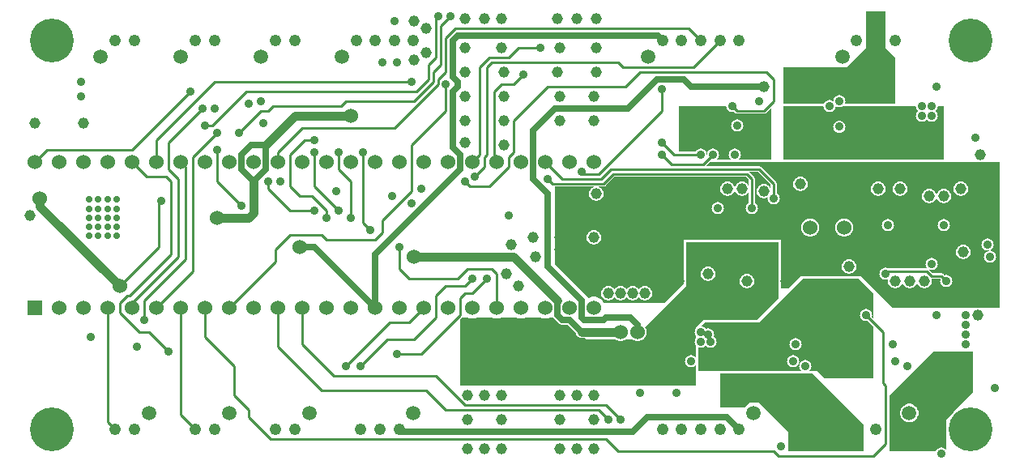
<source format=gbr>
G04 start of page 4 for group 2 idx 1 *
G04 Title: board, signal2 *
G04 Creator: pcb 20140316 *
G04 CreationDate: Mon 25 Sep 2017 03:50:36 AM GMT UTC *
G04 For: brian *
G04 Format: Gerber/RS-274X *
G04 PCB-Dimensions (mil): 6000.00 5000.00 *
G04 PCB-Coordinate-Origin: lower left *
%MOIN*%
%FSLAX25Y25*%
%LNGROUP2*%
%ADD73C,0.0118*%
%ADD72C,0.0380*%
%ADD71C,0.0437*%
%ADD70C,0.1285*%
%ADD69C,0.0279*%
%ADD68C,0.0200*%
%ADD67C,0.0280*%
%ADD66C,0.0360*%
%ADD65C,0.0460*%
%ADD64C,0.0278*%
%ADD63C,0.0600*%
%ADD62C,0.0597*%
%ADD61C,0.1800*%
%ADD60C,0.0480*%
%ADD59C,0.0350*%
%ADD58C,0.0250*%
%ADD57C,0.0100*%
%ADD56C,0.0001*%
G54D56*G36*
X522996Y260000D02*X527000D01*
Y200000D01*
X522996D01*
Y218493D01*
X523000Y218492D01*
X523392Y218523D01*
X523775Y218615D01*
X524138Y218766D01*
X524474Y218971D01*
X524773Y219227D01*
X525029Y219526D01*
X525234Y219862D01*
X525385Y220225D01*
X525477Y220608D01*
X525500Y221000D01*
X525477Y221392D01*
X525385Y221775D01*
X525234Y222138D01*
X525029Y222474D01*
X524773Y222773D01*
X524474Y223029D01*
X524138Y223234D01*
X523775Y223385D01*
X523392Y223477D01*
X523000Y223508D01*
X522996Y223507D01*
Y223707D01*
X523138Y223766D01*
X523474Y223971D01*
X523773Y224227D01*
X524029Y224526D01*
X524234Y224862D01*
X524385Y225225D01*
X524477Y225608D01*
X524500Y226000D01*
X524477Y226392D01*
X524385Y226775D01*
X524234Y227138D01*
X524029Y227474D01*
X523773Y227773D01*
X523474Y228029D01*
X523138Y228234D01*
X522996Y228293D01*
Y260000D01*
G37*
G36*
X511995D02*X518882D01*
X519000Y259991D01*
X519118Y260000D01*
X522996D01*
Y228293D01*
X522775Y228385D01*
X522392Y228477D01*
X522000Y228508D01*
X521608Y228477D01*
X521225Y228385D01*
X520862Y228234D01*
X520526Y228029D01*
X520227Y227773D01*
X519971Y227474D01*
X519766Y227138D01*
X519615Y226775D01*
X519523Y226392D01*
X519492Y226000D01*
X519523Y225608D01*
X519615Y225225D01*
X519766Y224862D01*
X519971Y224526D01*
X520227Y224227D01*
X520526Y223971D01*
X520862Y223766D01*
X521225Y223615D01*
X521608Y223523D01*
X522000Y223492D01*
X522392Y223523D01*
X522775Y223615D01*
X522996Y223707D01*
Y223507D01*
X522608Y223477D01*
X522225Y223385D01*
X521862Y223234D01*
X521526Y223029D01*
X521227Y222773D01*
X520971Y222474D01*
X520766Y222138D01*
X520615Y221775D01*
X520523Y221392D01*
X520492Y221000D01*
X520523Y220608D01*
X520615Y220225D01*
X520766Y219862D01*
X520971Y219526D01*
X521227Y219227D01*
X521526Y218971D01*
X521862Y218766D01*
X522225Y218615D01*
X522608Y218523D01*
X522996Y218493D01*
Y200000D01*
X518118D01*
X518000Y200009D01*
X517882Y200000D01*
X511995D01*
Y219991D01*
X512000Y219991D01*
X512471Y220028D01*
X512930Y220138D01*
X513366Y220319D01*
X513769Y220565D01*
X514128Y220872D01*
X514435Y221231D01*
X514681Y221634D01*
X514862Y222070D01*
X514972Y222529D01*
X515000Y223000D01*
X514972Y223471D01*
X514862Y223930D01*
X514681Y224366D01*
X514435Y224769D01*
X514128Y225128D01*
X513769Y225435D01*
X513366Y225681D01*
X512930Y225862D01*
X512471Y225972D01*
X512000Y226009D01*
X511995Y226009D01*
Y246165D01*
X512366Y246319D01*
X512769Y246565D01*
X513128Y246872D01*
X513435Y247231D01*
X513681Y247634D01*
X513862Y248070D01*
X513972Y248529D01*
X514000Y249000D01*
X513972Y249471D01*
X513862Y249930D01*
X513681Y250366D01*
X513435Y250769D01*
X513128Y251128D01*
X512769Y251435D01*
X512366Y251681D01*
X511995Y251835D01*
Y260000D01*
G37*
G36*
X503996D02*X511995D01*
Y251835D01*
X511930Y251862D01*
X511471Y251972D01*
X511000Y252009D01*
X510529Y251972D01*
X510070Y251862D01*
X509634Y251681D01*
X509231Y251435D01*
X508872Y251128D01*
X508565Y250769D01*
X508319Y250366D01*
X508138Y249930D01*
X508028Y249471D01*
X507991Y249000D01*
X508028Y248529D01*
X508138Y248070D01*
X508319Y247634D01*
X508565Y247231D01*
X508872Y246872D01*
X509231Y246565D01*
X509634Y246319D01*
X510070Y246138D01*
X510529Y246028D01*
X511000Y245991D01*
X511471Y246028D01*
X511930Y246138D01*
X511995Y246165D01*
Y226009D01*
X511529Y225972D01*
X511070Y225862D01*
X510634Y225681D01*
X510231Y225435D01*
X509872Y225128D01*
X509565Y224769D01*
X509319Y224366D01*
X509138Y223930D01*
X509028Y223471D01*
X508991Y223000D01*
X509028Y222529D01*
X509138Y222070D01*
X509319Y221634D01*
X509565Y221231D01*
X509872Y220872D01*
X510231Y220565D01*
X510634Y220319D01*
X511070Y220138D01*
X511529Y220028D01*
X511995Y219991D01*
Y200000D01*
X503996D01*
Y208710D01*
X504225Y208615D01*
X504608Y208523D01*
X505000Y208492D01*
X505392Y208523D01*
X505775Y208615D01*
X506138Y208766D01*
X506474Y208971D01*
X506773Y209227D01*
X507029Y209526D01*
X507234Y209862D01*
X507385Y210225D01*
X507477Y210608D01*
X507500Y211000D01*
X507477Y211392D01*
X507385Y211775D01*
X507234Y212138D01*
X507029Y212474D01*
X506773Y212773D01*
X506474Y213029D01*
X506138Y213234D01*
X505775Y213385D01*
X505392Y213477D01*
X505000Y213508D01*
X504608Y213477D01*
X504295Y213402D01*
X503996Y213701D01*
Y231493D01*
X504000Y231492D01*
X504392Y231523D01*
X504775Y231615D01*
X505138Y231766D01*
X505474Y231971D01*
X505773Y232227D01*
X506029Y232526D01*
X506234Y232862D01*
X506385Y233225D01*
X506477Y233608D01*
X506500Y234000D01*
X506477Y234392D01*
X506385Y234775D01*
X506234Y235138D01*
X506029Y235474D01*
X505773Y235773D01*
X505474Y236029D01*
X505138Y236234D01*
X504775Y236385D01*
X504392Y236477D01*
X504000Y236508D01*
X503996Y236507D01*
Y242991D01*
X504000Y242991D01*
X504471Y243028D01*
X504930Y243138D01*
X505366Y243319D01*
X505769Y243565D01*
X506128Y243872D01*
X506435Y244231D01*
X506681Y244634D01*
X506862Y245070D01*
X506972Y245529D01*
X507000Y246000D01*
X506972Y246471D01*
X506862Y246930D01*
X506681Y247366D01*
X506435Y247769D01*
X506128Y248128D01*
X505769Y248435D01*
X505366Y248681D01*
X504930Y248862D01*
X504471Y248972D01*
X504000Y249009D01*
X503996Y249009D01*
Y260000D01*
G37*
G36*
Y213701D02*X503882Y213815D01*
X503851Y213851D01*
X503708Y213974D01*
X503546Y214073D01*
X503372Y214145D01*
X503188Y214189D01*
X503000Y214204D01*
X502953Y214200D01*
X500995D01*
Y216487D01*
X501029Y216526D01*
X501234Y216862D01*
X501385Y217225D01*
X501477Y217608D01*
X501500Y218000D01*
X501477Y218392D01*
X501385Y218775D01*
X501234Y219138D01*
X501029Y219474D01*
X500995Y219513D01*
Y245922D01*
X500996Y245933D01*
X501028Y245529D01*
X501138Y245070D01*
X501319Y244634D01*
X501565Y244231D01*
X501872Y243872D01*
X502231Y243565D01*
X502634Y243319D01*
X503070Y243138D01*
X503529Y243028D01*
X503996Y242991D01*
Y236507D01*
X503608Y236477D01*
X503225Y236385D01*
X502862Y236234D01*
X502526Y236029D01*
X502227Y235773D01*
X501971Y235474D01*
X501766Y235138D01*
X501615Y234775D01*
X501523Y234392D01*
X501492Y234000D01*
X501523Y233608D01*
X501615Y233225D01*
X501766Y232862D01*
X501971Y232526D01*
X502227Y232227D01*
X502526Y231971D01*
X502862Y231766D01*
X503225Y231615D01*
X503608Y231523D01*
X503996Y231493D01*
Y213701D01*
G37*
G36*
Y200000D02*X500995D01*
Y211800D01*
X502503D01*
X502598Y211705D01*
X502523Y211392D01*
X502492Y211000D01*
X502523Y210608D01*
X502615Y210225D01*
X502766Y209862D01*
X502971Y209526D01*
X503227Y209227D01*
X503526Y208971D01*
X503862Y208766D01*
X503996Y208710D01*
Y200000D01*
G37*
G36*
X500995Y260000D02*X503996D01*
Y249009D01*
X503529Y248972D01*
X503070Y248862D01*
X502634Y248681D01*
X502231Y248435D01*
X501872Y248128D01*
X501565Y247769D01*
X501319Y247366D01*
X501138Y246930D01*
X501028Y246471D01*
X500996Y246067D01*
X500995Y246078D01*
Y260000D01*
G37*
G36*
Y214200D02*X499497D01*
X497981Y215716D01*
X498225Y215615D01*
X498608Y215523D01*
X499000Y215492D01*
X499392Y215523D01*
X499775Y215615D01*
X500138Y215766D01*
X500474Y215971D01*
X500773Y216227D01*
X500995Y216487D01*
Y214200D01*
G37*
G36*
Y200000D02*X492496D01*
Y209332D01*
X492681Y209634D01*
X492862Y210070D01*
X492972Y210529D01*
X492996Y210933D01*
X493028Y210529D01*
X493138Y210070D01*
X493319Y209634D01*
X493565Y209231D01*
X493872Y208872D01*
X494231Y208565D01*
X494634Y208319D01*
X495070Y208138D01*
X495529Y208028D01*
X496000Y207991D01*
X496471Y208028D01*
X496930Y208138D01*
X497366Y208319D01*
X497769Y208565D01*
X498128Y208872D01*
X498435Y209231D01*
X498681Y209634D01*
X498862Y210070D01*
X498972Y210529D01*
X499000Y211000D01*
X498972Y211471D01*
X498892Y211805D01*
X499000Y211796D01*
X499047Y211800D01*
X500995D01*
Y200000D01*
G37*
G36*
X492496Y260000D02*X500995D01*
Y246078D01*
X500972Y246471D01*
X500862Y246930D01*
X500681Y247366D01*
X500435Y247769D01*
X500128Y248128D01*
X499769Y248435D01*
X499366Y248681D01*
X498930Y248862D01*
X498471Y248972D01*
X498000Y249009D01*
X497529Y248972D01*
X497070Y248862D01*
X496634Y248681D01*
X496231Y248435D01*
X495872Y248128D01*
X495565Y247769D01*
X495319Y247366D01*
X495138Y246930D01*
X495028Y246471D01*
X494991Y246000D01*
X495028Y245529D01*
X495138Y245070D01*
X495319Y244634D01*
X495565Y244231D01*
X495872Y243872D01*
X496231Y243565D01*
X496634Y243319D01*
X497070Y243138D01*
X497529Y243028D01*
X498000Y242991D01*
X498471Y243028D01*
X498930Y243138D01*
X499366Y243319D01*
X499769Y243565D01*
X500128Y243872D01*
X500435Y244231D01*
X500681Y244634D01*
X500862Y245070D01*
X500972Y245529D01*
X500995Y245922D01*
Y219513D01*
X500773Y219773D01*
X500474Y220029D01*
X500138Y220234D01*
X499775Y220385D01*
X499392Y220477D01*
X499000Y220508D01*
X498608Y220477D01*
X498225Y220385D01*
X497862Y220234D01*
X497526Y220029D01*
X497227Y219773D01*
X496971Y219474D01*
X496766Y219138D01*
X496615Y218775D01*
X496523Y218392D01*
X496492Y218000D01*
X496523Y217608D01*
X496615Y217225D01*
X496766Y216862D01*
X496971Y216526D01*
X497227Y216227D01*
X497304Y216161D01*
X497188Y216189D01*
X497000Y216204D01*
X496953Y216200D01*
X492496D01*
Y260000D01*
G37*
G36*
X485995Y208759D02*X486128Y208872D01*
X486435Y209231D01*
X486681Y209634D01*
X486862Y210070D01*
X486972Y210529D01*
X486996Y210933D01*
X487028Y210529D01*
X487138Y210070D01*
X487319Y209634D01*
X487565Y209231D01*
X487872Y208872D01*
X488231Y208565D01*
X488634Y208319D01*
X489070Y208138D01*
X489529Y208028D01*
X490000Y207991D01*
X490471Y208028D01*
X490930Y208138D01*
X491366Y208319D01*
X491769Y208565D01*
X492128Y208872D01*
X492435Y209231D01*
X492496Y209332D01*
Y200000D01*
X485995D01*
Y208759D01*
G37*
G36*
Y260000D02*X492496D01*
Y216200D01*
X485995D01*
Y245991D01*
X486000Y245991D01*
X486471Y246028D01*
X486930Y246138D01*
X487366Y246319D01*
X487769Y246565D01*
X488128Y246872D01*
X488435Y247231D01*
X488681Y247634D01*
X488862Y248070D01*
X488972Y248529D01*
X489000Y249000D01*
X488972Y249471D01*
X488862Y249930D01*
X488681Y250366D01*
X488435Y250769D01*
X488128Y251128D01*
X487769Y251435D01*
X487366Y251681D01*
X486930Y251862D01*
X486471Y251972D01*
X486000Y252009D01*
X485995Y252009D01*
Y260000D01*
G37*
G36*
X480996Y210931D02*X481028Y210529D01*
X481138Y210070D01*
X481319Y209634D01*
X481565Y209231D01*
X481872Y208872D01*
X482231Y208565D01*
X482634Y208319D01*
X483070Y208138D01*
X483529Y208028D01*
X484000Y207991D01*
X484471Y208028D01*
X484930Y208138D01*
X485366Y208319D01*
X485769Y208565D01*
X485995Y208759D01*
Y200000D01*
X483000D01*
X480996Y202004D01*
Y210931D01*
G37*
G36*
Y211707D02*X481094Y211747D01*
X481028Y211471D01*
X480996Y211069D01*
Y211707D01*
G37*
G36*
Y260000D02*X485995D01*
Y252009D01*
X485529Y251972D01*
X485070Y251862D01*
X484634Y251681D01*
X484231Y251435D01*
X483872Y251128D01*
X483565Y250769D01*
X483319Y250366D01*
X483138Y249930D01*
X483028Y249471D01*
X482991Y249000D01*
X483028Y248529D01*
X483138Y248070D01*
X483319Y247634D01*
X483565Y247231D01*
X483872Y246872D01*
X484231Y246565D01*
X484634Y246319D01*
X485070Y246138D01*
X485529Y246028D01*
X485995Y245991D01*
Y216200D01*
X481195D01*
X481138Y216234D01*
X480996Y216293D01*
Y231493D01*
X481000Y231492D01*
X481392Y231523D01*
X481775Y231615D01*
X482138Y231766D01*
X482474Y231971D01*
X482773Y232227D01*
X483029Y232526D01*
X483234Y232862D01*
X483385Y233225D01*
X483477Y233608D01*
X483500Y234000D01*
X483477Y234392D01*
X483385Y234775D01*
X483234Y235138D01*
X483029Y235474D01*
X482773Y235773D01*
X482474Y236029D01*
X482138Y236234D01*
X481775Y236385D01*
X481392Y236477D01*
X481000Y236508D01*
X480996Y236507D01*
Y260000D01*
G37*
G36*
X476995D02*X480996D01*
Y236507D01*
X480608Y236477D01*
X480225Y236385D01*
X479862Y236234D01*
X479526Y236029D01*
X479227Y235773D01*
X478971Y235474D01*
X478766Y235138D01*
X478615Y234775D01*
X478523Y234392D01*
X478492Y234000D01*
X478523Y233608D01*
X478615Y233225D01*
X478766Y232862D01*
X478971Y232526D01*
X479227Y232227D01*
X479526Y231971D01*
X479862Y231766D01*
X480225Y231615D01*
X480608Y231523D01*
X480996Y231493D01*
Y216293D01*
X480775Y216385D01*
X480392Y216477D01*
X480000Y216508D01*
X479608Y216477D01*
X479225Y216385D01*
X478862Y216234D01*
X478526Y216029D01*
X478227Y215773D01*
X477971Y215474D01*
X477766Y215138D01*
X477615Y214775D01*
X477523Y214392D01*
X477492Y214000D01*
X477523Y213608D01*
X477615Y213225D01*
X477766Y212862D01*
X477971Y212526D01*
X478227Y212227D01*
X478526Y211971D01*
X478862Y211766D01*
X479225Y211615D01*
X479608Y211523D01*
X480000Y211492D01*
X480392Y211523D01*
X480775Y211615D01*
X480996Y211707D01*
Y211069D01*
X480991Y211000D01*
X480996Y210931D01*
Y202004D01*
X476995Y206005D01*
Y245991D01*
X477000Y245991D01*
X477471Y246028D01*
X477930Y246138D01*
X478366Y246319D01*
X478769Y246565D01*
X479128Y246872D01*
X479435Y247231D01*
X479681Y247634D01*
X479862Y248070D01*
X479972Y248529D01*
X480000Y249000D01*
X479972Y249471D01*
X479862Y249930D01*
X479681Y250366D01*
X479435Y250769D01*
X479128Y251128D01*
X478769Y251435D01*
X478366Y251681D01*
X477930Y251862D01*
X477471Y251972D01*
X477000Y252009D01*
X476995Y252009D01*
Y260000D01*
G37*
G36*
X464995D02*X476995D01*
Y252009D01*
X476529Y251972D01*
X476070Y251862D01*
X475634Y251681D01*
X475231Y251435D01*
X474872Y251128D01*
X474565Y250769D01*
X474319Y250366D01*
X474138Y249930D01*
X474028Y249471D01*
X473991Y249000D01*
X474028Y248529D01*
X474138Y248070D01*
X474319Y247634D01*
X474565Y247231D01*
X474872Y246872D01*
X475231Y246565D01*
X475634Y246319D01*
X476070Y246138D01*
X476529Y246028D01*
X476995Y245991D01*
Y206005D01*
X470000Y213000D01*
X464995D01*
Y213991D01*
X465000Y213991D01*
X465471Y214028D01*
X465930Y214138D01*
X466366Y214319D01*
X466769Y214565D01*
X467128Y214872D01*
X467435Y215231D01*
X467681Y215634D01*
X467862Y216070D01*
X467972Y216529D01*
X468000Y217000D01*
X467972Y217471D01*
X467862Y217930D01*
X467681Y218366D01*
X467435Y218769D01*
X467128Y219128D01*
X466769Y219435D01*
X466366Y219681D01*
X465930Y219862D01*
X465471Y219972D01*
X465000Y220009D01*
X464995Y220009D01*
Y229883D01*
X465182Y229997D01*
X465624Y230376D01*
X466003Y230818D01*
X466307Y231315D01*
X466530Y231853D01*
X466666Y232419D01*
X466700Y233000D01*
X466666Y233581D01*
X466530Y234147D01*
X466307Y234685D01*
X466003Y235182D01*
X465624Y235624D01*
X465182Y236003D01*
X464995Y236117D01*
Y260000D01*
G37*
G36*
X448994D02*X464995D01*
Y236117D01*
X464685Y236307D01*
X464147Y236530D01*
X463581Y236666D01*
X463000Y236711D01*
X462419Y236666D01*
X461853Y236530D01*
X461315Y236307D01*
X460818Y236003D01*
X460376Y235624D01*
X459997Y235182D01*
X459693Y234685D01*
X459470Y234147D01*
X459334Y233581D01*
X459289Y233000D01*
X459334Y232419D01*
X459470Y231853D01*
X459693Y231315D01*
X459997Y230818D01*
X460376Y230376D01*
X460818Y229997D01*
X461315Y229693D01*
X461853Y229470D01*
X462419Y229334D01*
X463000Y229289D01*
X463581Y229334D01*
X464147Y229470D01*
X464685Y229693D01*
X464995Y229883D01*
Y220009D01*
X464529Y219972D01*
X464070Y219862D01*
X463634Y219681D01*
X463231Y219435D01*
X462872Y219128D01*
X462565Y218769D01*
X462319Y218366D01*
X462138Y217930D01*
X462028Y217471D01*
X461991Y217000D01*
X462028Y216529D01*
X462138Y216070D01*
X462319Y215634D01*
X462565Y215231D01*
X462872Y214872D01*
X463231Y214565D01*
X463634Y214319D01*
X464070Y214138D01*
X464529Y214028D01*
X464995Y213991D01*
Y213000D01*
X448994D01*
Y229289D01*
X449000Y229289D01*
X449581Y229334D01*
X450147Y229470D01*
X450685Y229693D01*
X451182Y229997D01*
X451624Y230376D01*
X452003Y230818D01*
X452307Y231315D01*
X452530Y231853D01*
X452666Y232419D01*
X452700Y233000D01*
X452666Y233581D01*
X452530Y234147D01*
X452307Y234685D01*
X452003Y235182D01*
X451624Y235624D01*
X451182Y236003D01*
X450685Y236307D01*
X450147Y236530D01*
X449581Y236666D01*
X449000Y236711D01*
X448994Y236711D01*
Y260000D01*
G37*
G36*
X444995D02*X448994D01*
Y236711D01*
X448419Y236666D01*
X447853Y236530D01*
X447315Y236307D01*
X446818Y236003D01*
X446376Y235624D01*
X445997Y235182D01*
X445693Y234685D01*
X445470Y234147D01*
X445334Y233581D01*
X445289Y233000D01*
X445334Y232419D01*
X445470Y231853D01*
X445693Y231315D01*
X445997Y230818D01*
X446376Y230376D01*
X446818Y229997D01*
X447315Y229693D01*
X447853Y229470D01*
X448419Y229334D01*
X448994Y229289D01*
Y213000D01*
X445000D01*
X444995Y212995D01*
Y247991D01*
X445000Y247991D01*
X445471Y248028D01*
X445930Y248138D01*
X446366Y248319D01*
X446769Y248565D01*
X447128Y248872D01*
X447435Y249231D01*
X447681Y249634D01*
X447862Y250070D01*
X447972Y250529D01*
X448000Y251000D01*
X447972Y251471D01*
X447862Y251930D01*
X447681Y252366D01*
X447435Y252769D01*
X447128Y253128D01*
X446769Y253435D01*
X446366Y253681D01*
X445930Y253862D01*
X445471Y253972D01*
X445000Y254009D01*
X444995Y254009D01*
Y260000D01*
G37*
G36*
X410996Y253800D02*X422503D01*
X423800Y252503D01*
Y250080D01*
X423681Y250366D01*
X423435Y250769D01*
X423128Y251128D01*
X422769Y251435D01*
X422366Y251681D01*
X421930Y251862D01*
X421471Y251972D01*
X421000Y252009D01*
X420529Y251972D01*
X420070Y251862D01*
X419634Y251681D01*
X419231Y251435D01*
X418872Y251128D01*
X418565Y250769D01*
X418319Y250366D01*
X418138Y249930D01*
X418028Y249471D01*
X417996Y249067D01*
X417972Y249471D01*
X417862Y249930D01*
X417681Y250366D01*
X417435Y250769D01*
X417128Y251128D01*
X416769Y251435D01*
X416366Y251681D01*
X415930Y251862D01*
X415471Y251972D01*
X415000Y252009D01*
X414529Y251972D01*
X414070Y251862D01*
X413634Y251681D01*
X413231Y251435D01*
X412872Y251128D01*
X412565Y250769D01*
X412319Y250366D01*
X412138Y249930D01*
X412028Y249471D01*
X411991Y249000D01*
X412028Y248529D01*
X412138Y248070D01*
X412319Y247634D01*
X412565Y247231D01*
X412872Y246872D01*
X413231Y246565D01*
X413634Y246319D01*
X414070Y246138D01*
X414529Y246028D01*
X415000Y245991D01*
X415471Y246028D01*
X415930Y246138D01*
X416366Y246319D01*
X416769Y246565D01*
X417128Y246872D01*
X417435Y247231D01*
X417681Y247634D01*
X417862Y248070D01*
X417972Y248529D01*
X417996Y248933D01*
X418028Y248529D01*
X418138Y248070D01*
X418319Y247634D01*
X418565Y247231D01*
X418872Y246872D01*
X419231Y246565D01*
X419634Y246319D01*
X420070Y246138D01*
X420529Y246028D01*
X421000Y245991D01*
X421471Y246028D01*
X421930Y246138D01*
X422366Y246319D01*
X422769Y246565D01*
X423128Y246872D01*
X423435Y247231D01*
X423681Y247634D01*
X423800Y247920D01*
Y243197D01*
X423526Y243029D01*
X423227Y242773D01*
X422971Y242474D01*
X422766Y242138D01*
X422615Y241775D01*
X422523Y241392D01*
X422492Y241000D01*
X422523Y240608D01*
X422615Y240225D01*
X422766Y239862D01*
X422971Y239526D01*
X423227Y239227D01*
X423526Y238971D01*
X423862Y238766D01*
X424225Y238615D01*
X424608Y238523D01*
X425000Y238492D01*
X425392Y238523D01*
X425775Y238615D01*
X426138Y238766D01*
X426474Y238971D01*
X426773Y239227D01*
X427029Y239526D01*
X427234Y239862D01*
X427385Y240225D01*
X427477Y240608D01*
X427500Y241000D01*
X427477Y241392D01*
X427385Y241775D01*
X427234Y242138D01*
X427029Y242474D01*
X426773Y242773D01*
X426474Y243029D01*
X426200Y243197D01*
Y252953D01*
X426204Y253000D01*
X426189Y253188D01*
X426189Y253188D01*
X426145Y253372D01*
X426073Y253546D01*
X425974Y253708D01*
X425851Y253851D01*
X425815Y253882D01*
X423897Y255800D01*
X427503D01*
X432800Y250503D01*
Y249080D01*
X432681Y249366D01*
X432435Y249769D01*
X432128Y250128D01*
X431769Y250435D01*
X431366Y250681D01*
X430930Y250862D01*
X430471Y250972D01*
X430000Y251009D01*
X429529Y250972D01*
X429070Y250862D01*
X428634Y250681D01*
X428231Y250435D01*
X427872Y250128D01*
X427565Y249769D01*
X427319Y249366D01*
X427138Y248930D01*
X427028Y248471D01*
X426991Y248000D01*
X427028Y247529D01*
X427138Y247070D01*
X427319Y246634D01*
X427565Y246231D01*
X427872Y245872D01*
X428231Y245565D01*
X428634Y245319D01*
X429070Y245138D01*
X429529Y245028D01*
X430000Y244991D01*
X430471Y245028D01*
X430930Y245138D01*
X431366Y245319D01*
X431530Y245419D01*
X431523Y245392D01*
X431492Y245000D01*
X431523Y244608D01*
X431615Y244225D01*
X431766Y243862D01*
X431971Y243526D01*
X432227Y243227D01*
X432526Y242971D01*
X432862Y242766D01*
X433225Y242615D01*
X433608Y242523D01*
X434000Y242492D01*
X434392Y242523D01*
X434775Y242615D01*
X435138Y242766D01*
X435474Y242971D01*
X435773Y243227D01*
X436029Y243526D01*
X436234Y243862D01*
X436385Y244225D01*
X436477Y244608D01*
X436500Y245000D01*
X436477Y245392D01*
X436385Y245775D01*
X436234Y246138D01*
X436029Y246474D01*
X435773Y246773D01*
X435474Y247029D01*
X435200Y247197D01*
Y250953D01*
X435204Y251000D01*
X435189Y251188D01*
X435189Y251188D01*
X435145Y251372D01*
X435073Y251546D01*
X434974Y251708D01*
X434851Y251851D01*
X434815Y251882D01*
X428882Y257815D01*
X428851Y257851D01*
X428708Y257974D01*
X428546Y258073D01*
X428372Y258145D01*
X428188Y258189D01*
X428000Y258204D01*
X427953Y258200D01*
X410996D01*
Y260000D01*
X444995D01*
Y254009D01*
X444529Y253972D01*
X444070Y253862D01*
X443634Y253681D01*
X443231Y253435D01*
X442872Y253128D01*
X442565Y252769D01*
X442319Y252366D01*
X442138Y251930D01*
X442028Y251471D01*
X441991Y251000D01*
X442028Y250529D01*
X442138Y250070D01*
X442319Y249634D01*
X442565Y249231D01*
X442872Y248872D01*
X443231Y248565D01*
X443634Y248319D01*
X444070Y248138D01*
X444529Y248028D01*
X444995Y247991D01*
Y212995D01*
X440000Y208000D01*
X437000D01*
Y228000D01*
X410996D01*
Y238493D01*
X411000Y238492D01*
X411392Y238523D01*
X411775Y238615D01*
X412138Y238766D01*
X412474Y238971D01*
X412773Y239227D01*
X413029Y239526D01*
X413234Y239862D01*
X413385Y240225D01*
X413477Y240608D01*
X413500Y241000D01*
X413477Y241392D01*
X413385Y241775D01*
X413234Y242138D01*
X413029Y242474D01*
X412773Y242773D01*
X412474Y243029D01*
X412138Y243234D01*
X411775Y243385D01*
X411392Y243477D01*
X411000Y243508D01*
X410996Y243507D01*
Y253800D01*
G37*
G36*
Y258200D02*X405897D01*
X407697Y260000D01*
X410996D01*
Y258200D01*
G37*
G36*
X389000Y202000D02*X373495D01*
Y204330D01*
X373500Y204338D01*
X373565Y204231D01*
X373872Y203872D01*
X374231Y203565D01*
X374634Y203319D01*
X375070Y203138D01*
X375529Y203028D01*
X376000Y202991D01*
X376471Y203028D01*
X376930Y203138D01*
X377366Y203319D01*
X377769Y203565D01*
X378128Y203872D01*
X378435Y204231D01*
X378500Y204338D01*
X378565Y204231D01*
X378872Y203872D01*
X379231Y203565D01*
X379634Y203319D01*
X380070Y203138D01*
X380529Y203028D01*
X381000Y202991D01*
X381471Y203028D01*
X381930Y203138D01*
X382366Y203319D01*
X382769Y203565D01*
X383128Y203872D01*
X383435Y204231D01*
X383681Y204634D01*
X383862Y205070D01*
X383972Y205529D01*
X384000Y206000D01*
X383972Y206471D01*
X383862Y206930D01*
X383681Y207366D01*
X383435Y207769D01*
X383128Y208128D01*
X382769Y208435D01*
X382366Y208681D01*
X381930Y208862D01*
X381471Y208972D01*
X381000Y209009D01*
X380529Y208972D01*
X380070Y208862D01*
X379634Y208681D01*
X379231Y208435D01*
X378872Y208128D01*
X378565Y207769D01*
X378500Y207662D01*
X378435Y207769D01*
X378128Y208128D01*
X377769Y208435D01*
X377366Y208681D01*
X376930Y208862D01*
X376471Y208972D01*
X376000Y209009D01*
X375529Y208972D01*
X375070Y208862D01*
X374634Y208681D01*
X374231Y208435D01*
X373872Y208128D01*
X373565Y207769D01*
X373500Y207662D01*
X373495Y207670D01*
Y253800D01*
X410996D01*
Y243507D01*
X410608Y243477D01*
X410225Y243385D01*
X409862Y243234D01*
X409526Y243029D01*
X409227Y242773D01*
X408971Y242474D01*
X408766Y242138D01*
X408615Y241775D01*
X408523Y241392D01*
X408492Y241000D01*
X408523Y240608D01*
X408615Y240225D01*
X408766Y239862D01*
X408971Y239526D01*
X409227Y239227D01*
X409526Y238971D01*
X409862Y238766D01*
X410225Y238615D01*
X410608Y238523D01*
X410996Y238493D01*
Y228000D01*
X397000D01*
Y210000D01*
X389000Y202000D01*
G37*
G36*
X373495D02*X364042D01*
X364022Y202049D01*
X363652Y202653D01*
X363192Y203192D01*
X362653Y203652D01*
X362049Y204022D01*
X361395Y204293D01*
X360706Y204458D01*
X360000Y204514D01*
X359995Y204514D01*
Y225991D01*
X360000Y225991D01*
X360471Y226028D01*
X360930Y226138D01*
X361366Y226319D01*
X361769Y226565D01*
X362128Y226872D01*
X362435Y227231D01*
X362681Y227634D01*
X362862Y228070D01*
X362972Y228529D01*
X363000Y229000D01*
X362972Y229471D01*
X362862Y229930D01*
X362681Y230366D01*
X362435Y230769D01*
X362128Y231128D01*
X361769Y231435D01*
X361366Y231681D01*
X360930Y231862D01*
X360471Y231972D01*
X360000Y232009D01*
X359995Y232009D01*
Y244169D01*
X360070Y244138D01*
X360529Y244028D01*
X361000Y243991D01*
X361471Y244028D01*
X361930Y244138D01*
X362366Y244319D01*
X362769Y244565D01*
X363128Y244872D01*
X363435Y245231D01*
X363681Y245634D01*
X363862Y246070D01*
X363972Y246529D01*
X364000Y247000D01*
X363972Y247471D01*
X363862Y247930D01*
X363681Y248366D01*
X363435Y248769D01*
X363128Y249128D01*
X362769Y249435D01*
X362366Y249681D01*
X362080Y249800D01*
X363953D01*
X364000Y249796D01*
X364188Y249811D01*
X364188Y249811D01*
X364372Y249855D01*
X364546Y249927D01*
X364708Y250026D01*
X364851Y250149D01*
X364882Y250185D01*
X368497Y253800D01*
X373495D01*
Y207670D01*
X373435Y207769D01*
X373128Y208128D01*
X372769Y208435D01*
X372366Y208681D01*
X371930Y208862D01*
X371471Y208972D01*
X371000Y209009D01*
X370529Y208972D01*
X370070Y208862D01*
X369634Y208681D01*
X369231Y208435D01*
X368872Y208128D01*
X368565Y207769D01*
X368500Y207662D01*
X368435Y207769D01*
X368128Y208128D01*
X367769Y208435D01*
X367366Y208681D01*
X366930Y208862D01*
X366471Y208972D01*
X366000Y209009D01*
X365529Y208972D01*
X365070Y208862D01*
X364634Y208681D01*
X364231Y208435D01*
X363872Y208128D01*
X363565Y207769D01*
X363319Y207366D01*
X363138Y206930D01*
X363028Y206471D01*
X362991Y206000D01*
X363028Y205529D01*
X363138Y205070D01*
X363319Y204634D01*
X363565Y204231D01*
X363872Y203872D01*
X364231Y203565D01*
X364634Y203319D01*
X365070Y203138D01*
X365529Y203028D01*
X366000Y202991D01*
X366471Y203028D01*
X366930Y203138D01*
X367366Y203319D01*
X367769Y203565D01*
X368128Y203872D01*
X368435Y204231D01*
X368500Y204338D01*
X368565Y204231D01*
X368872Y203872D01*
X369231Y203565D01*
X369634Y203319D01*
X370070Y203138D01*
X370529Y203028D01*
X371000Y202991D01*
X371471Y203028D01*
X371930Y203138D01*
X372366Y203319D01*
X372769Y203565D01*
X373128Y203872D01*
X373435Y204231D01*
X373495Y204330D01*
Y202000D01*
G37*
G36*
X359995Y204514D02*X359294Y204458D01*
X358605Y204293D01*
X357970Y204030D01*
X344000Y218000D01*
Y249800D01*
X359920D01*
X359634Y249681D01*
X359231Y249435D01*
X358872Y249128D01*
X358565Y248769D01*
X358319Y248366D01*
X358138Y247930D01*
X358028Y247471D01*
X357991Y247000D01*
X358028Y246529D01*
X358138Y246070D01*
X358319Y245634D01*
X358565Y245231D01*
X358872Y244872D01*
X359231Y244565D01*
X359634Y244319D01*
X359995Y244169D01*
Y232009D01*
X359529Y231972D01*
X359070Y231862D01*
X358634Y231681D01*
X358231Y231435D01*
X357872Y231128D01*
X357565Y230769D01*
X357319Y230366D01*
X357138Y229930D01*
X357028Y229471D01*
X356991Y229000D01*
X357028Y228529D01*
X357138Y228070D01*
X357319Y227634D01*
X357565Y227231D01*
X357872Y226872D01*
X358231Y226565D01*
X358634Y226319D01*
X359070Y226138D01*
X359529Y226028D01*
X359995Y225991D01*
Y204514D01*
G37*
G36*
X480000Y322000D02*Y307000D01*
X484000Y303000D01*
Y284000D01*
X463292D01*
X463385Y284225D01*
X463477Y284608D01*
X463500Y285000D01*
X463477Y285392D01*
X463385Y285775D01*
X463234Y286138D01*
X463029Y286474D01*
X462773Y286773D01*
X462474Y287029D01*
X462138Y287234D01*
X461775Y287385D01*
X461392Y287477D01*
X461000Y287508D01*
X460608Y287477D01*
X460225Y287385D01*
X459862Y287234D01*
X459526Y287029D01*
X459227Y286773D01*
X458971Y286474D01*
X458766Y286138D01*
X458615Y285775D01*
X458523Y285392D01*
X458493Y285012D01*
X458474Y285029D01*
X458138Y285234D01*
X457775Y285385D01*
X457392Y285477D01*
X457000Y285508D01*
X456608Y285477D01*
X456225Y285385D01*
X455862Y285234D01*
X455526Y285029D01*
X455227Y284773D01*
X454971Y284474D01*
X454766Y284138D01*
X454708Y284000D01*
X438000D01*
Y299000D01*
X464000D01*
X472000Y307000D01*
Y322000D01*
X480000D01*
G37*
G36*
X460996Y282493D02*X461000Y282492D01*
X461392Y282523D01*
X461775Y282615D01*
X462138Y282766D01*
X462474Y282971D01*
X462508Y283000D01*
X492492D01*
X492523Y282608D01*
X492615Y282225D01*
X492766Y281862D01*
X492971Y281526D01*
X493227Y281227D01*
X493492Y281000D01*
X493227Y280773D01*
X492971Y280474D01*
X492766Y280138D01*
X492615Y279775D01*
X492523Y279392D01*
X492492Y279000D01*
X492523Y278608D01*
X492615Y278225D01*
X492766Y277862D01*
X492971Y277526D01*
X493227Y277227D01*
X493526Y276971D01*
X493862Y276766D01*
X494225Y276615D01*
X494608Y276523D01*
X495000Y276492D01*
X495392Y276523D01*
X495775Y276615D01*
X496138Y276766D01*
X496474Y276971D01*
X496773Y277227D01*
X497000Y277492D01*
X497227Y277227D01*
X497526Y276971D01*
X497862Y276766D01*
X498225Y276615D01*
X498608Y276523D01*
X499000Y276492D01*
X499392Y276523D01*
X499775Y276615D01*
X500138Y276766D01*
X500474Y276971D01*
X500773Y277227D01*
X501029Y277526D01*
X501234Y277862D01*
X501385Y278225D01*
X501477Y278608D01*
X501500Y279000D01*
X501477Y279392D01*
X501385Y279775D01*
X501234Y280138D01*
X501029Y280474D01*
X500773Y280773D01*
X500508Y281000D01*
X500773Y281227D01*
X501029Y281526D01*
X501234Y281862D01*
X501385Y282225D01*
X501477Y282608D01*
X501500Y283000D01*
X504000D01*
Y261000D01*
X460996D01*
Y271934D01*
X461000Y271933D01*
X461392Y271964D01*
X461775Y272056D01*
X462138Y272207D01*
X462474Y272412D01*
X462773Y272668D01*
X463029Y272967D01*
X463234Y273302D01*
X463385Y273666D01*
X463477Y274049D01*
X463500Y274441D01*
X463477Y274833D01*
X463385Y275216D01*
X463234Y275579D01*
X463029Y275915D01*
X462773Y276214D01*
X462474Y276470D01*
X462138Y276675D01*
X461775Y276826D01*
X461392Y276918D01*
X461000Y276949D01*
X460996Y276948D01*
Y282493D01*
G37*
G36*
X438000Y283000D02*X454492D01*
X454523Y282608D01*
X454615Y282225D01*
X454766Y281862D01*
X454971Y281526D01*
X455227Y281227D01*
X455526Y280971D01*
X455862Y280766D01*
X456225Y280615D01*
X456608Y280523D01*
X457000Y280492D01*
X457392Y280523D01*
X457775Y280615D01*
X458138Y280766D01*
X458474Y280971D01*
X458773Y281227D01*
X459029Y281526D01*
X459234Y281862D01*
X459385Y282225D01*
X459477Y282608D01*
X459500Y282994D01*
X459526Y282971D01*
X459862Y282766D01*
X460225Y282615D01*
X460608Y282523D01*
X460996Y282493D01*
Y276948D01*
X460608Y276918D01*
X460225Y276826D01*
X459862Y276675D01*
X459526Y276470D01*
X459227Y276214D01*
X458971Y275915D01*
X458766Y275579D01*
X458615Y275216D01*
X458523Y274833D01*
X458492Y274441D01*
X458523Y274049D01*
X458615Y273666D01*
X458766Y273302D01*
X458971Y272967D01*
X459227Y272668D01*
X459526Y272412D01*
X459862Y272207D01*
X460225Y272056D01*
X460608Y271964D01*
X460996Y271934D01*
Y261000D01*
X438000D01*
Y283000D01*
G37*
G36*
X433000Y261000D02*X419508D01*
X419773Y261227D01*
X420029Y261526D01*
X420234Y261862D01*
X420385Y262225D01*
X420477Y262608D01*
X420500Y263000D01*
X420477Y263392D01*
X420385Y263775D01*
X420234Y264138D01*
X420029Y264474D01*
X419773Y264773D01*
X419474Y265029D01*
X419138Y265234D01*
X418996Y265293D01*
Y272493D01*
X419000Y272492D01*
X419392Y272523D01*
X419775Y272615D01*
X420138Y272766D01*
X420474Y272971D01*
X420773Y273227D01*
X421029Y273526D01*
X421234Y273862D01*
X421385Y274225D01*
X421477Y274608D01*
X421500Y275000D01*
X421477Y275392D01*
X421385Y275775D01*
X421234Y276138D01*
X421029Y276474D01*
X420773Y276773D01*
X420474Y277029D01*
X420138Y277234D01*
X419775Y277385D01*
X419392Y277477D01*
X419000Y277508D01*
X418996Y277507D01*
Y279797D01*
X419000Y279796D01*
X419047Y279800D01*
X429953D01*
X430000Y279796D01*
X430188Y279811D01*
X430188Y279811D01*
X430372Y279855D01*
X430546Y279927D01*
X430708Y280026D01*
X430851Y280149D01*
X430882Y280185D01*
X433000Y282303D01*
Y261000D01*
G37*
G36*
X418996Y265293D02*X418775Y265385D01*
X418392Y265477D01*
X418000Y265508D01*
X417608Y265477D01*
X417225Y265385D01*
X416862Y265234D01*
X416526Y265029D01*
X416227Y264773D01*
X415971Y264474D01*
X415766Y264138D01*
X415615Y263775D01*
X415523Y263392D01*
X415492Y263000D01*
X415523Y262608D01*
X415615Y262225D01*
X415766Y261862D01*
X415971Y261526D01*
X416227Y261227D01*
X416492Y261000D01*
X410508D01*
X410773Y261227D01*
X411029Y261526D01*
X411234Y261862D01*
X411385Y262225D01*
X411477Y262608D01*
X411500Y263000D01*
X411477Y263392D01*
X411385Y263775D01*
X411234Y264138D01*
X411029Y264474D01*
X410773Y264773D01*
X410474Y265029D01*
X410138Y265234D01*
X409775Y265385D01*
X409392Y265477D01*
X409000Y265508D01*
X408608Y265477D01*
X408225Y265385D01*
X407862Y265234D01*
X407526Y265029D01*
X407227Y264773D01*
X406971Y264474D01*
X406766Y264138D01*
X406615Y263775D01*
X406523Y263392D01*
X406497Y263056D01*
X406477Y263392D01*
X406385Y263775D01*
X406234Y264138D01*
X406029Y264474D01*
X405773Y264773D01*
X405474Y265029D01*
X405138Y265234D01*
X404775Y265385D01*
X404392Y265477D01*
X404000Y265508D01*
X403608Y265477D01*
X403225Y265385D01*
X402862Y265234D01*
X402526Y265029D01*
X402227Y264773D01*
X401971Y264474D01*
X401803Y264200D01*
X395000D01*
Y283000D01*
X414492D01*
X414523Y282608D01*
X414615Y282225D01*
X414766Y281862D01*
X414971Y281526D01*
X415227Y281227D01*
X415526Y280971D01*
X415862Y280766D01*
X416225Y280615D01*
X416608Y280523D01*
X417000Y280492D01*
X417392Y280523D01*
X417705Y280598D01*
X418118Y280185D01*
X418149Y280149D01*
X418292Y280026D01*
X418292Y280026D01*
X418454Y279927D01*
X418628Y279855D01*
X418812Y279811D01*
X418996Y279797D01*
Y277507D01*
X418608Y277477D01*
X418225Y277385D01*
X417862Y277234D01*
X417526Y277029D01*
X417227Y276773D01*
X416971Y276474D01*
X416766Y276138D01*
X416615Y275775D01*
X416523Y275392D01*
X416492Y275000D01*
X416523Y274608D01*
X416615Y274225D01*
X416766Y273862D01*
X416971Y273526D01*
X417227Y273227D01*
X417526Y272971D01*
X417862Y272766D01*
X418225Y272615D01*
X418608Y272523D01*
X418996Y272493D01*
Y265293D01*
G37*
G36*
X471000Y141000D02*X440000D01*
Y149000D01*
X428000Y161000D01*
X424000D01*
X422000Y159000D01*
X412000D01*
Y173000D01*
X450000D01*
X471000Y152000D01*
Y141000D01*
G37*
G36*
X441996Y207996D02*X446000Y212000D01*
X469000D01*
X475000Y206000D01*
Y195697D01*
X474402Y196295D01*
X474477Y196608D01*
X474500Y197000D01*
X474477Y197392D01*
X474385Y197775D01*
X474234Y198138D01*
X474029Y198474D01*
X473773Y198773D01*
X473474Y199029D01*
X473138Y199234D01*
X472775Y199385D01*
X472392Y199477D01*
X472000Y199508D01*
X471608Y199477D01*
X471225Y199385D01*
X470862Y199234D01*
X470526Y199029D01*
X470227Y198773D01*
X469971Y198474D01*
X469766Y198138D01*
X469615Y197775D01*
X469523Y197392D01*
X469492Y197000D01*
X469523Y196608D01*
X469615Y196225D01*
X469766Y195862D01*
X469971Y195526D01*
X470227Y195227D01*
X470526Y194971D01*
X470862Y194766D01*
X471225Y194615D01*
X471608Y194523D01*
X472000Y194492D01*
X472392Y194523D01*
X472705Y194598D01*
X475000Y192303D01*
Y171000D01*
X455000D01*
X452000Y174000D01*
X448508D01*
X448773Y174227D01*
X449029Y174526D01*
X449234Y174862D01*
X449385Y175225D01*
X449477Y175608D01*
X449500Y176000D01*
X449477Y176392D01*
X449385Y176775D01*
X449234Y177138D01*
X449029Y177474D01*
X448773Y177773D01*
X448474Y178029D01*
X448138Y178234D01*
X447775Y178385D01*
X447392Y178477D01*
X447000Y178508D01*
X446608Y178477D01*
X446225Y178385D01*
X445862Y178234D01*
X445526Y178029D01*
X445227Y177773D01*
X444971Y177474D01*
X444766Y177138D01*
X444615Y176775D01*
X444523Y176392D01*
X444492Y176000D01*
X444523Y175608D01*
X444615Y175225D01*
X444766Y174862D01*
X444971Y174526D01*
X445227Y174227D01*
X445492Y174000D01*
X441996D01*
Y175493D01*
X442000Y175492D01*
X442392Y175523D01*
X442775Y175615D01*
X443138Y175766D01*
X443474Y175971D01*
X443773Y176227D01*
X444029Y176526D01*
X444234Y176862D01*
X444385Y177225D01*
X444477Y177608D01*
X444500Y178000D01*
X444477Y178392D01*
X444385Y178775D01*
X444234Y179138D01*
X444029Y179474D01*
X443773Y179773D01*
X443474Y180029D01*
X443138Y180234D01*
X442775Y180385D01*
X442392Y180477D01*
X442000Y180508D01*
X441996Y180507D01*
Y182710D01*
X442225Y182615D01*
X442608Y182523D01*
X443000Y182492D01*
X443392Y182523D01*
X443775Y182615D01*
X444138Y182766D01*
X444474Y182971D01*
X444773Y183227D01*
X445029Y183526D01*
X445234Y183862D01*
X445385Y184225D01*
X445477Y184608D01*
X445500Y185000D01*
X445477Y185392D01*
X445385Y185775D01*
X445234Y186138D01*
X445029Y186474D01*
X444773Y186773D01*
X444474Y187029D01*
X444138Y187234D01*
X443775Y187385D01*
X443392Y187477D01*
X443000Y187508D01*
X442608Y187477D01*
X442225Y187385D01*
X441996Y187290D01*
Y207996D01*
G37*
G36*
X403000Y174000D02*Y183708D01*
X403225Y183615D01*
X403608Y183523D01*
X404000Y183492D01*
X404392Y183523D01*
X404775Y183615D01*
X405138Y183766D01*
X405474Y183971D01*
X405773Y184227D01*
X406000Y184492D01*
X406227Y184227D01*
X406526Y183971D01*
X406862Y183766D01*
X407225Y183615D01*
X407608Y183523D01*
X408000Y183492D01*
X408392Y183523D01*
X408775Y183615D01*
X409138Y183766D01*
X409474Y183971D01*
X409773Y184227D01*
X410029Y184526D01*
X410234Y184862D01*
X410385Y185225D01*
X410477Y185608D01*
X410500Y186000D01*
X410477Y186392D01*
X410385Y186775D01*
X410234Y187138D01*
X410029Y187474D01*
X409773Y187773D01*
X409474Y188029D01*
X409338Y188112D01*
X409385Y188225D01*
X409477Y188608D01*
X409500Y189000D01*
X409477Y189392D01*
X409385Y189775D01*
X409234Y190138D01*
X409029Y190474D01*
X408773Y190773D01*
X408474Y191029D01*
X408138Y191234D01*
X407775Y191385D01*
X407392Y191477D01*
X407000Y191508D01*
X406608Y191477D01*
X406225Y191385D01*
X406112Y191338D01*
X406029Y191474D01*
X405773Y191773D01*
X405474Y192029D01*
X405138Y192234D01*
X404775Y192385D01*
X404460Y192460D01*
X406000Y194000D01*
X428000D01*
X441996Y207996D01*
Y187290D01*
X441862Y187234D01*
X441526Y187029D01*
X441227Y186773D01*
X440971Y186474D01*
X440766Y186138D01*
X440615Y185775D01*
X440523Y185392D01*
X440492Y185000D01*
X440523Y184608D01*
X440615Y184225D01*
X440766Y183862D01*
X440971Y183526D01*
X441227Y183227D01*
X441526Y182971D01*
X441862Y182766D01*
X441996Y182710D01*
Y180507D01*
X441608Y180477D01*
X441225Y180385D01*
X440862Y180234D01*
X440526Y180029D01*
X440227Y179773D01*
X439971Y179474D01*
X439766Y179138D01*
X439615Y178775D01*
X439523Y178392D01*
X439492Y178000D01*
X439523Y177608D01*
X439615Y177225D01*
X439766Y176862D01*
X439971Y176526D01*
X440227Y176227D01*
X440526Y175971D01*
X440862Y175766D01*
X441225Y175615D01*
X441608Y175523D01*
X441996Y175493D01*
Y174000D01*
X403000D01*
G37*
G36*
X422995Y227000D02*X436000D01*
Y204000D01*
X427000Y195000D01*
X422995D01*
Y207991D01*
X423000Y207991D01*
X423471Y208028D01*
X423930Y208138D01*
X424366Y208319D01*
X424769Y208565D01*
X425128Y208872D01*
X425435Y209231D01*
X425681Y209634D01*
X425862Y210070D01*
X425972Y210529D01*
X426000Y211000D01*
X425972Y211471D01*
X425862Y211930D01*
X425681Y212366D01*
X425435Y212769D01*
X425128Y213128D01*
X424769Y213435D01*
X424366Y213681D01*
X423930Y213862D01*
X423471Y213972D01*
X423000Y214009D01*
X422995Y214009D01*
Y227000D01*
G37*
G36*
X406995D02*X422995D01*
Y214009D01*
X422529Y213972D01*
X422070Y213862D01*
X421634Y213681D01*
X421231Y213435D01*
X420872Y213128D01*
X420565Y212769D01*
X420319Y212366D01*
X420138Y211930D01*
X420028Y211471D01*
X419991Y211000D01*
X420028Y210529D01*
X420138Y210070D01*
X420319Y209634D01*
X420565Y209231D01*
X420872Y208872D01*
X421231Y208565D01*
X421634Y208319D01*
X422070Y208138D01*
X422529Y208028D01*
X422995Y207991D01*
Y195000D01*
X406995D01*
Y210991D01*
X407000Y210991D01*
X407471Y211028D01*
X407930Y211138D01*
X408366Y211319D01*
X408769Y211565D01*
X409128Y211872D01*
X409435Y212231D01*
X409681Y212634D01*
X409862Y213070D01*
X409972Y213529D01*
X410000Y214000D01*
X409972Y214471D01*
X409862Y214930D01*
X409681Y215366D01*
X409435Y215769D01*
X409128Y216128D01*
X408769Y216435D01*
X408366Y216681D01*
X407930Y216862D01*
X407471Y216972D01*
X407000Y217009D01*
X406995Y217009D01*
Y227000D01*
G37*
G36*
X398000D02*X406995D01*
Y217009D01*
X406529Y216972D01*
X406070Y216862D01*
X405634Y216681D01*
X405231Y216435D01*
X404872Y216128D01*
X404565Y215769D01*
X404319Y215366D01*
X404138Y214930D01*
X404028Y214471D01*
X403991Y214000D01*
X404028Y213529D01*
X404138Y213070D01*
X404319Y212634D01*
X404565Y212231D01*
X404872Y211872D01*
X405231Y211565D01*
X405634Y211319D01*
X406070Y211138D01*
X406529Y211028D01*
X406995Y210991D01*
Y195000D01*
X405000D01*
X402000Y192000D01*
Y191508D01*
X401971Y191474D01*
X401766Y191138D01*
X401615Y190775D01*
X401523Y190392D01*
X401492Y190000D01*
X401523Y189608D01*
X401615Y189225D01*
X401766Y188862D01*
X401971Y188526D01*
X402000Y188492D01*
Y187508D01*
X401971Y187474D01*
X401766Y187138D01*
X401615Y186775D01*
X401523Y186392D01*
X401492Y186000D01*
X401523Y185608D01*
X401615Y185225D01*
X401766Y184862D01*
X401971Y184526D01*
X402000Y184492D01*
Y179508D01*
X401773Y179773D01*
X401474Y180029D01*
X401138Y180234D01*
X400775Y180385D01*
X400392Y180477D01*
X400000Y180508D01*
X399608Y180477D01*
X399225Y180385D01*
X398862Y180234D01*
X398526Y180029D01*
X398227Y179773D01*
X397971Y179474D01*
X397766Y179138D01*
X397615Y178775D01*
X397523Y178392D01*
X397492Y178000D01*
X397523Y177608D01*
X397615Y177225D01*
X397766Y176862D01*
X397971Y176526D01*
X398227Y176227D01*
X398526Y175971D01*
X398862Y175766D01*
X399225Y175615D01*
X399608Y175523D01*
X400000Y175492D01*
X400392Y175523D01*
X400775Y175615D01*
X401138Y175766D01*
X401474Y175971D01*
X401773Y176227D01*
X402000Y176492D01*
Y168000D01*
X305000D01*
Y195303D01*
X305697Y196000D01*
X307915D01*
X307951Y195978D01*
X308605Y195707D01*
X309294Y195542D01*
X310000Y195486D01*
X310706Y195542D01*
X311395Y195707D01*
X312049Y195978D01*
X312085Y196000D01*
X317915D01*
X317951Y195978D01*
X318605Y195707D01*
X319294Y195542D01*
X320000Y195486D01*
X320706Y195542D01*
X321395Y195707D01*
X322049Y195978D01*
X322085Y196000D01*
X327915D01*
X327951Y195978D01*
X328605Y195707D01*
X329294Y195542D01*
X330000Y195486D01*
X330706Y195542D01*
X331395Y195707D01*
X332049Y195978D01*
X332085Y196000D01*
X337915D01*
X337951Y195978D01*
X338605Y195707D01*
X339294Y195542D01*
X340000Y195486D01*
X340706Y195542D01*
X341395Y195707D01*
X342049Y195978D01*
X342085Y196000D01*
X343326D01*
X343418Y195850D01*
X343617Y195617D01*
X343675Y195567D01*
X345567Y193675D01*
X345617Y193617D01*
X345850Y193418D01*
X346112Y193257D01*
X346396Y193140D01*
X346694Y193068D01*
X346694Y193068D01*
X347000Y193044D01*
X347076Y193050D01*
X349192D01*
X352568Y189674D01*
X352573Y189616D01*
X352663Y189241D01*
X352810Y188884D01*
X353012Y188555D01*
X353262Y188262D01*
X353555Y188012D01*
X353884Y187810D01*
X354241Y187663D01*
X354616Y187573D01*
X355000Y187550D01*
X356450D01*
X357000Y187000D01*
X368815D01*
X368818Y186997D01*
X369315Y186693D01*
X369853Y186470D01*
X370419Y186334D01*
X371000Y186289D01*
X371581Y186334D01*
X372147Y186470D01*
X372685Y186693D01*
X373182Y186997D01*
X373185Y187000D01*
X375815D01*
X375818Y186997D01*
X376315Y186693D01*
X376853Y186470D01*
X377419Y186334D01*
X378000Y186289D01*
X378581Y186334D01*
X379147Y186470D01*
X379685Y186693D01*
X380182Y186997D01*
X380624Y187376D01*
X381003Y187818D01*
X381307Y188315D01*
X381530Y188853D01*
X381666Y189419D01*
X381700Y190000D01*
X381666Y190581D01*
X381530Y191147D01*
X381307Y191685D01*
X381071Y192071D01*
X398000Y209000D01*
Y227000D01*
G37*
G36*
X489774Y171774D02*X500000Y182000D01*
X516000D01*
Y165000D01*
X509133Y158133D01*
X509104Y158115D01*
X507907Y157093D01*
X506885Y155896D01*
X506867Y155867D01*
X505000Y154000D01*
Y150392D01*
X504969Y150000D01*
X505000Y149608D01*
Y141508D01*
X504773Y141773D01*
X504474Y142029D01*
X504138Y142234D01*
X503775Y142385D01*
X503392Y142477D01*
X503000Y142508D01*
X502608Y142477D01*
X502225Y142385D01*
X501862Y142234D01*
X501526Y142029D01*
X501227Y141773D01*
X500971Y141474D01*
X500766Y141138D01*
X500708Y141000D01*
X489774D01*
Y152897D01*
X489780Y152896D01*
X490374Y152943D01*
X490953Y153082D01*
X491504Y153310D01*
X492012Y153621D01*
X492465Y154008D01*
X492852Y154461D01*
X493163Y154969D01*
X493391Y155520D01*
X493530Y156099D01*
X493565Y156693D01*
X493530Y157287D01*
X493391Y157866D01*
X493163Y158417D01*
X492852Y158925D01*
X492465Y159378D01*
X492012Y159765D01*
X491504Y160076D01*
X490953Y160304D01*
X490374Y160443D01*
X489780Y160490D01*
X489774Y160489D01*
Y171774D01*
G37*
G36*
X481500Y141000D02*Y163500D01*
X489774Y171774D01*
Y160489D01*
X489186Y160443D01*
X488607Y160304D01*
X488056Y160076D01*
X487548Y159765D01*
X487095Y159378D01*
X486708Y158925D01*
X486397Y158417D01*
X486169Y157866D01*
X486030Y157287D01*
X485983Y156693D01*
X486030Y156099D01*
X486169Y155520D01*
X486397Y154969D01*
X486708Y154461D01*
X487095Y154008D01*
X487548Y153621D01*
X488056Y153310D01*
X488607Y153082D01*
X489186Y152943D01*
X489774Y152897D01*
Y141000D01*
X481500D01*
G37*
G54D57*X480000Y214000D02*X481000Y215000D01*
X497000D01*
X499000Y213000D01*
X503000D01*
X505000Y211000D01*
X472000Y197000D02*X479000Y190000D01*
Y169000D01*
X480000Y168000D01*
Y144000D01*
X475000Y139000D01*
X436000D01*
X434000Y141000D01*
X370000D01*
X365000Y146000D01*
X366000Y154000D02*X362000Y158000D01*
X371000Y154000D02*X365000Y160000D01*
X307000D01*
X295000Y172000D01*
X362000Y158000D02*X299000D01*
Y209000D02*X295000Y205000D01*
Y196000D01*
G54D58*X350000Y195000D02*X355000Y190000D01*
X365000Y196000D02*X364000Y195000D01*
X356000D01*
X365000Y196000D02*X375000D01*
X378000Y193000D01*
Y190000D01*
G54D59*X355000D02*X371000D01*
G54D58*X355000Y203000D02*X352000Y206000D01*
X355000Y203000D02*Y196000D01*
X356000Y195000D01*
X350000D02*X347000D01*
X345000Y197000D01*
Y203000D01*
X280874Y149000D02*X376000D01*
X382000Y155000D01*
X414748D01*
X419748Y150000D01*
G54D59*X345000Y203000D02*X327000Y221000D01*
G54D58*X352000Y206000D02*X341000Y217000D01*
G54D57*X290000Y200000D02*X284000Y194000D01*
X304000Y212000D02*X284000D01*
X305000Y197000D02*X289000Y181000D01*
X295000Y196000D02*X286000Y187000D01*
G54D59*X327000Y221000D02*X286000D01*
G54D57*X365000Y146000D02*X227000D01*
X218000Y155000D01*
Y158000D01*
X212000Y164000D01*
X284000Y194000D02*X276000D01*
X284000Y212000D02*X280000Y216000D01*
Y225000D01*
X289000Y181000D02*X279000D01*
X286000Y187000D02*X275000D01*
X264000Y176000D01*
X291000Y166000D02*X299000Y158000D01*
X295000Y172000D02*X253000D01*
X291000Y166000D02*X248000D01*
X253000Y172000D02*X240000Y185000D01*
Y200000D01*
X230000D02*Y184000D01*
X248000Y166000D01*
X276000Y194000D02*X258000Y176000D01*
X229000Y219000D02*Y224000D01*
X235000Y230000D01*
X273000Y231000D02*X270000Y228000D01*
X250000D01*
X248000Y230000D01*
X235000D02*X248000D01*
X258000Y285000D02*X256000Y283000D01*
G54D59*X237000Y279000D02*X260000D01*
G54D57*X240000Y274000D02*X278000D01*
X217000Y289000D02*X265000D01*
D03*
X285000Y293000D02*X204000D01*
X265000Y289000D02*X287000D01*
X258000Y285000D02*X286000D01*
X294000Y293000D02*X286000Y285000D01*
X296000Y292000D02*X278000Y274000D01*
X285000Y267000D02*X299000Y281000D01*
Y292000D01*
X229000Y219000D02*X210000Y200000D01*
G54D58*X270000D02*X245000Y225000D01*
X239000D01*
X270000Y200000D02*Y222000D01*
G54D57*X285000Y267000D02*Y248000D01*
G54D58*X305000Y257000D02*X270000Y222000D01*
G54D57*X226000Y249000D02*Y252000D01*
X235000Y240000D02*X226000Y249000D01*
G54D59*X205000Y237000D02*X218000D01*
X220000Y239000D01*
G54D57*X205000Y252000D02*X215000Y242000D01*
G54D59*X220000Y239000D02*Y252000D01*
G54D58*X225000Y257000D01*
G54D57*X205000Y265000D02*Y252000D01*
G54D58*X220000D02*X215000Y257000D01*
G54D57*X195000Y262000D02*Y229000D01*
X181000Y225000D02*Y243000D01*
X182000Y244000D01*
X203000Y275000D02*X217000Y289000D01*
G54D58*X225000Y257000D02*Y267000D01*
X215000Y257000D02*Y263000D01*
X219000Y267000D01*
G54D57*X223000Y281000D02*X214000Y272000D01*
X205000D02*X195000Y262000D01*
X199000Y282000D02*X185000Y268000D01*
X204000Y293000D02*X180000Y269000D01*
Y260000D01*
X185000Y268000D02*Y257000D01*
X192000Y258000D02*X190000Y260000D01*
X170000Y265000D02*X194000Y289000D01*
X200000Y275000D02*X203000D01*
G54D59*X225000Y267000D02*X237000Y279000D01*
G54D58*X219000Y267000D02*X225000D01*
G54D57*X228000Y283000D02*X226000Y281000D01*
X223000D01*
X184000Y254000D02*X176000D01*
X170000Y260000D01*
X434000Y245000D02*Y251000D01*
X428000Y257000D01*
X425000Y241000D02*Y253000D01*
X423000Y255000D01*
X430000Y281000D02*X434000Y285000D01*
Y294000D01*
X431000Y297000D01*
G54D58*X335000Y253000D02*Y273000D01*
X341000Y247000D02*X335000Y253000D01*
G54D57*X338000Y307000D02*X329000D01*
G54D58*X335000Y273000D02*X344000Y282000D01*
G54D57*X343000Y251000D02*X341000Y253000D01*
X319000Y261000D02*Y289000D01*
X322000Y292000D02*X319000Y289000D01*
X325000Y303000D02*X317000D01*
X329000Y307000D02*X325000Y303000D01*
X322000Y292000D02*X327000D01*
G54D58*X302000Y310000D02*Y295000D01*
G54D57*X299000Y311000D02*Y297000D01*
X297000Y316000D02*Y300000D01*
X295000Y319000D02*Y303000D01*
X341000Y291000D02*X327000Y277000D01*
X331000Y296000D02*X327000Y292000D01*
X428000Y257000D02*X367000D01*
X409000Y263000D02*X405000Y259000D01*
X404000Y263000D02*X393000D01*
X405000Y259000D02*X392000D01*
G54D58*X386000Y294000D02*X374000Y282000D01*
G54D57*X388000Y281000D02*Y290000D01*
X379000Y297000D02*X373000Y291000D01*
G54D58*X430000D02*X400000D01*
G54D57*X417000Y283000D02*X419000Y281000D01*
X430000D01*
X411874Y310000D02*X400874Y299000D01*
G54D58*X388252Y310000D02*X386252Y312000D01*
G54D57*X404000Y310000D02*X399000Y315000D01*
X393000Y263000D02*X388000Y268000D01*
X392000Y259000D02*X388000Y263000D01*
X423000Y255000D02*X368000D01*
G54D58*X400000Y291000D02*X397000Y294000D01*
X386000D01*
G54D57*X431000Y297000D02*X379000D01*
X400874Y299000D02*X372000D01*
X370000Y301000D01*
X315000Y258000D02*X311000Y254000D01*
X317000Y250000D02*X309000D01*
X307000Y252000D01*
X325000Y258000D02*X317000Y250000D01*
G54D58*X341000Y217000D02*Y247000D01*
G54D57*X316000Y212000D02*X310000Y206000D01*
Y212000D02*X307000Y209000D01*
X320000Y200000D02*Y214000D01*
X318000Y216000D01*
X308000D01*
X310000Y206000D02*X307000D01*
X305000Y204000D01*
Y197000D01*
X308000Y216000D02*X304000Y212000D01*
X307000Y209000D02*X299000D01*
G54D58*X386252Y312000D02*X304000D01*
X302000Y310000D01*
G54D57*X399000Y315000D02*X303000D01*
X296000Y320000D02*X295000Y319000D01*
X303000Y315000D02*X299000Y311000D01*
X301000Y320000D02*X297000Y316000D01*
G54D58*X344000Y282000D02*X374000D01*
G54D57*X388000Y281000D02*X362000Y255000D01*
X356000D02*X355000Y256000D01*
X364000Y251000D02*X343000D01*
X363000Y253000D02*X367000Y257000D01*
X368000Y255000D02*X364000Y251000D01*
X362000Y255000D02*X356000D01*
X363000Y253000D02*X347000D01*
X340000Y260000D01*
X373000Y291000D02*X341000D01*
X318000Y301000D02*X370000D01*
X212000Y164000D02*Y176000D01*
X200000Y188000D01*
Y200000D01*
X185000Y182000D02*X177000Y190000D01*
X173000D01*
X165000Y198000D01*
Y202000D01*
X160000Y200000D02*Y153063D01*
X163063Y150000D01*
X175000Y195000D02*Y203000D01*
X170000Y200000D02*Y202000D01*
X190000Y200000D02*Y156063D01*
X196063Y150000D01*
G54D59*X132000Y245000D02*Y241500D01*
X165000Y209000D01*
G54D57*X130000Y260000D02*X135000Y265000D01*
X170000D01*
X165000Y202000D02*X168000Y205000D01*
X169000D01*
X180000Y200000D02*X195000Y215000D01*
X181000Y225000D02*X165000Y209000D01*
X169000Y205000D02*X186000Y222000D01*
X195000Y215000D02*Y229000D01*
X175000Y203000D02*X192000Y220000D01*
X170000Y202000D02*X189000Y221000D01*
Y253000D01*
X185000Y257000D01*
X195000Y229000D03*
X192000Y220000D02*Y258000D01*
X184000Y254000D02*X186000Y252000D01*
Y222000D02*Y252000D01*
G54D58*X302000Y266000D02*X305000Y263000D01*
Y257000D01*
G54D57*X315000Y262000D02*Y258000D01*
X310000Y260000D02*X313000Y263000D01*
Y299000D01*
X316000D02*Y263000D01*
X315000Y262000D01*
X318000Y301000D02*X316000Y299000D01*
X317000Y303000D02*X313000Y299000D01*
X320000Y260000D02*X319000Y261000D01*
X327000Y277000D02*Y264000D01*
X325000Y262000D01*
Y258000D01*
G54D58*X304000Y291000D02*X302000Y289000D01*
Y266000D01*
G54D57*X235000Y250000D02*Y263000D01*
X240000Y274000D02*X230000Y264000D01*
X235000Y263000D02*X241000Y269000D01*
X245000D01*
X256000Y283000D02*X228000D01*
X230000Y264000D02*Y260000D01*
X239000Y246000D02*X235000Y250000D01*
X285000Y248000D02*X273000Y236000D01*
Y231000D01*
X265000Y264000D02*Y235000D01*
X268000Y232000D01*
X260000Y237000D02*Y252000D01*
X255000Y257000D02*X260000Y252000D01*
X245000Y264000D02*Y250000D01*
X255000Y257000D02*Y264000D01*
Y240000D02*X245000Y250000D01*
X250000Y237000D02*Y240000D01*
X244000Y246000D01*
X239000D01*
X245000Y240000D02*X235000D01*
G54D58*X302000Y295000D02*X304000Y293000D01*
Y291000D01*
G54D57*X299000Y297000D02*X296000Y294000D01*
Y292000D01*
X297000Y300000D02*X294000Y297000D01*
Y293000D01*
X295000Y303000D02*X292000Y300000D01*
Y294000D01*
X287000Y289000D01*
G54D60*X468126Y150000D03*
X476000D03*
X483874D03*
G54D61*X515000D03*
G54D62*X489780Y156693D03*
G54D60*X483874Y310000D03*
X476000D03*
X468126D03*
G54D62*X462220Y303307D03*
G54D60*X404000Y150000D03*
X411874D03*
X419748D03*
G54D62*X425654Y156693D03*
G54D60*X419748Y310000D03*
X411874D03*
X404000D03*
G54D61*X515000D03*
G54D60*X396126D03*
X388252D03*
G54D62*X382346Y303307D03*
G54D60*X264126Y150000D03*
X272000D03*
X279874D03*
G54D62*X285780Y156693D03*
G54D60*X388252Y150000D03*
X396126D03*
G54D61*X137000D03*
G54D60*X163063D03*
X170937D03*
G54D62*X176843Y156693D03*
G54D60*X229063Y150000D03*
X196063D03*
X203937D03*
G54D62*X209843Y156693D03*
G54D60*X236937Y150000D03*
G54D62*X242843Y156693D03*
G54D56*G36*
X127000Y203000D02*Y197000D01*
X133000D01*
Y203000D01*
X127000D01*
G37*
G54D63*X140000Y200000D03*
X150000D03*
X160000D03*
X170000D03*
X180000D03*
X190000D03*
X200000D03*
X210000D03*
X220000D03*
X230000D03*
X240000D03*
X250000D03*
X260000D03*
X270000D03*
X280000D03*
X290000D03*
X300000D03*
X310000D03*
X320000D03*
X330000D03*
X340000D03*
X350000D03*
X360000D03*
Y260000D03*
X350000D03*
X340000D03*
X330000D03*
X320000D03*
X310000D03*
X300000D03*
X290000D03*
X280000D03*
X270000D03*
X260000D03*
X250000D03*
X240000D03*
X230000D03*
X220000D03*
X210000D03*
X200000D03*
X190000D03*
X180000D03*
X170000D03*
X160000D03*
X150000D03*
X140000D03*
X130000D03*
G54D64*X152390Y244480D03*
Y240740D03*
G54D61*X137000Y310000D03*
G54D64*X159870Y244480D03*
X163610D03*
G54D60*X163063Y310000D03*
G54D62*X157157Y303307D03*
G54D60*X236937Y310000D03*
X229063D03*
G54D62*X223157Y303307D03*
G54D60*X203937Y310000D03*
X196063D03*
G54D62*X190157Y303307D03*
G54D60*X170937Y310000D03*
X285811D03*
X277937D03*
X270063D03*
X262189D03*
G54D62*X256283Y303307D03*
G54D64*X156130Y244480D03*
Y240740D03*
X159870D03*
X163610D03*
X152390Y237000D03*
X156130D03*
X152390Y233260D03*
X156130D03*
X159870Y237000D03*
X163610D03*
X159870Y233260D03*
X163610D03*
X152390Y229520D03*
X156130D03*
X159870D03*
X163610D03*
G54D65*X307000Y297000D03*
Y268000D03*
Y287000D03*
Y277000D03*
G54D66*X285000Y293000D03*
X299000Y292000D03*
G54D65*X150000Y276000D03*
X130000D03*
G54D66*X149000Y293000D03*
Y287000D03*
X200000Y275000D03*
X204000Y282000D03*
X199000D03*
X194000Y289000D03*
G54D63*X260000Y279000D03*
G54D66*X245000Y264000D03*
Y269000D03*
X265000Y264000D03*
X255000D03*
X205000Y265000D03*
Y272000D03*
X218000Y284000D03*
X214000Y272000D03*
X223000Y285000D03*
X224000Y276000D03*
G54D65*X307000Y319000D03*
Y307000D03*
X315000Y319000D03*
G54D66*X301000Y320000D03*
G54D65*X323000Y297000D03*
Y267000D03*
Y287000D03*
Y277000D03*
X322000Y319000D03*
Y307000D03*
G54D66*X338000D03*
X331000Y296000D03*
X296000Y320000D03*
G54D65*X291000Y305000D03*
Y315000D03*
X286000Y302000D03*
G54D66*X279000Y301000D03*
X273000D03*
G54D65*X286000Y318000D03*
G54D66*X278000D03*
G54D65*X345000Y319000D03*
X346000Y307000D03*
X345000Y297000D03*
X346000Y287000D03*
Y277000D03*
X353000Y319000D03*
X361000D03*
Y307000D03*
Y297000D03*
X360000Y287000D03*
Y277000D03*
G54D66*X388000Y290000D03*
X423000Y165000D03*
X419000Y162000D03*
X417000Y165000D03*
X415000Y162000D03*
X429000Y165000D03*
X455000Y185000D03*
X437000Y143000D03*
G54D65*X415000Y249000D03*
G54D66*X417000Y283000D03*
X430000Y271000D03*
Y267000D03*
Y263000D03*
Y275000D03*
X419000D03*
X418000Y263000D03*
X425000Y241000D03*
G54D65*X429000Y224000D03*
X427000Y218000D03*
X421000Y249000D03*
X430000Y248000D03*
X445000Y251000D03*
G54D63*X456000Y254000D03*
G54D66*X442000Y295000D03*
X448000Y296000D03*
X442000Y289000D03*
X445000Y286000D03*
X448000Y290000D03*
X428000Y285000D03*
G54D65*X430000Y291000D03*
G54D66*X442000Y275000D03*
X448000D03*
X445000Y278000D03*
X448000Y281000D03*
X442000D03*
X451000Y278000D03*
X457000Y283000D03*
X461000Y274441D03*
Y285000D03*
X434000Y245000D03*
X442000Y178000D03*
G54D65*X439000Y249000D03*
G54D66*X443000Y185000D03*
G54D65*X439000Y211000D03*
G54D66*X411000Y241000D03*
G54D65*X423000Y211000D03*
Y224000D03*
X420000Y218000D03*
X413000Y214000D03*
X416000Y224000D03*
X401000Y211000D03*
X407000Y214000D03*
X402000Y224000D03*
X409000D03*
X395000Y211000D03*
G54D66*X404000Y186000D03*
Y190000D03*
X408000Y186000D03*
X407000Y189000D03*
X400000Y178000D03*
X394000Y165000D03*
X418000Y185000D03*
X417000Y182000D03*
X413000D03*
X417000Y178000D03*
X413000D03*
X414000Y185000D03*
X399000Y268000D03*
X404000Y263000D03*
X409000D03*
X388000D03*
Y268000D03*
X399000Y272000D03*
G54D65*X396000Y249000D03*
G54D66*X399000Y276000D03*
X447000Y176000D03*
G54D63*X378000Y190000D03*
G54D65*X346000D03*
G54D63*X371000D03*
G54D65*X360000Y182000D03*
X346000D03*
G54D66*X185000D03*
X264000Y176000D03*
X258000D03*
X279000Y181000D03*
X175000Y195000D03*
X172000Y184000D03*
X153000Y188000D03*
G54D65*X315000Y171000D03*
X322000D03*
X308000D03*
X353000Y172000D03*
X360000D03*
X346000D03*
X315000Y193000D03*
X308000D03*
X322000D03*
Y182000D03*
X308000D03*
Y164000D03*
X366000Y206000D03*
X381000D03*
X376000D03*
X371000D03*
X315000Y164000D03*
X322000D03*
Y154000D03*
Y142000D03*
X308000D03*
X315000D03*
X308000Y154000D03*
X346000Y164000D03*
X353000D03*
X360000D03*
Y142000D03*
X346000D03*
X353000D03*
X360000Y154000D03*
X346000D03*
G54D66*X379000Y165000D03*
X371000Y154000D03*
X366000D03*
X285000Y243000D03*
X289000Y249000D03*
G54D63*X286000Y221000D03*
G54D66*X316000Y212000D03*
X310000D03*
G54D65*X336000Y221000D03*
X324000Y214000D03*
G54D66*X280000Y225000D03*
G54D65*X329000Y209000D03*
G54D66*X277000Y246000D03*
G54D63*X239000Y225000D03*
X205000Y237000D03*
G54D66*X215000Y242000D03*
G54D63*X165000Y209000D03*
X132000Y245000D03*
G54D65*X128000Y238000D03*
G54D66*X254000Y248000D03*
X231000Y252000D03*
X260000Y237000D03*
X255000Y240000D03*
X250000Y237000D03*
X245000Y240000D03*
X268000Y232000D03*
X226000Y252000D03*
X182000Y244000D03*
X307000Y252000D03*
X311000Y254000D03*
X341000Y253000D03*
X355000Y256000D03*
G54D65*X361000Y247000D03*
G54D66*X325000Y238000D03*
G54D65*X335000Y229000D03*
X326000Y226000D03*
X360000Y229000D03*
X361000Y223000D03*
X350000D03*
X352000Y229000D03*
X346000D03*
Y224000D03*
G54D66*X513000Y197000D03*
G54D65*X518000D03*
G54D66*X499000Y218000D03*
G54D65*X512000Y223000D03*
G54D66*X523000Y221000D03*
X522000Y226000D03*
X501000Y197000D03*
G54D65*X490000Y211000D03*
G54D66*X487000Y263000D03*
X491000D03*
G54D65*X486000Y249000D03*
G54D66*X474000Y315000D03*
X478000D03*
X476000Y319000D03*
X475000Y304000D03*
X471000Y299000D03*
X495000Y279000D03*
X499000D03*
Y283000D03*
X495000D03*
X501000Y291000D03*
X502000Y268000D03*
X498000Y269000D03*
X501000Y272000D03*
G54D65*X519000Y263000D03*
G54D66*X517000Y270000D03*
X492000Y268000D03*
G54D65*X504000Y246000D03*
X511000Y249000D03*
X471000D03*
X498000Y246000D03*
X477000Y249000D03*
X517000D03*
G54D66*X483000Y185000D03*
G54D65*X496000Y211000D03*
X516000D03*
X484000D03*
X433000D03*
G54D66*X505000D03*
G54D65*X475000D03*
X465000Y217000D03*
G54D66*X480000Y214000D03*
G54D63*X463000Y233000D03*
X449000D03*
G54D66*X481000Y234000D03*
X504000D03*
X467000Y207000D03*
X463000D03*
X459000D03*
X455000D03*
X459000Y185000D03*
X472000Y197000D03*
X468000Y144000D03*
X462000Y155000D03*
Y143000D03*
Y147000D03*
Y151000D03*
X484000Y178000D03*
X489000Y176000D03*
X513000Y193000D03*
Y189000D03*
Y185000D03*
X484000Y144000D03*
X491000D03*
X503000Y140000D03*
X494000Y149000D03*
X502000Y177000D03*
X498000Y173000D03*
X502000Y169000D03*
X525000Y167000D03*
G54D67*G54D68*G54D67*G54D68*G54D59*G54D68*G54D67*G54D68*G54D67*G54D68*G54D67*G54D68*G54D67*G54D68*G54D67*G54D68*G54D67*G54D68*G54D67*G54D59*G54D68*G54D67*G54D68*G54D67*G54D68*G54D67*G54D68*G54D67*G54D68*G54D67*G54D68*G54D59*G54D67*G54D59*G54D67*G54D68*G54D67*G54D68*G54D59*G54D68*G54D67*G54D68*G54D67*G54D68*G54D59*G54D68*G54D59*G54D67*G54D68*G54D67*G54D68*G54D67*G54D68*G54D67*G54D68*G54D67*G54D68*G54D67*G54D68*G54D67*G54D68*G54D67*G54D68*G54D67*G54D68*G54D67*G54D68*G54D67*G54D68*G54D59*G54D68*G54D69*G54D70*G54D71*G54D69*G54D71*G54D69*G54D71*G54D69*G54D70*G54D69*G54D71*G54D69*G54D71*G54D69*G54D70*G54D69*G54D71*G54D69*G54D71*G54D69*G54D71*G54D72*G54D73*G54D70*G54D73*G54D69*G54D71*G54D69*G54D71*G54D69*G54D71*G54D69*G54D71*G54D73*M02*

</source>
